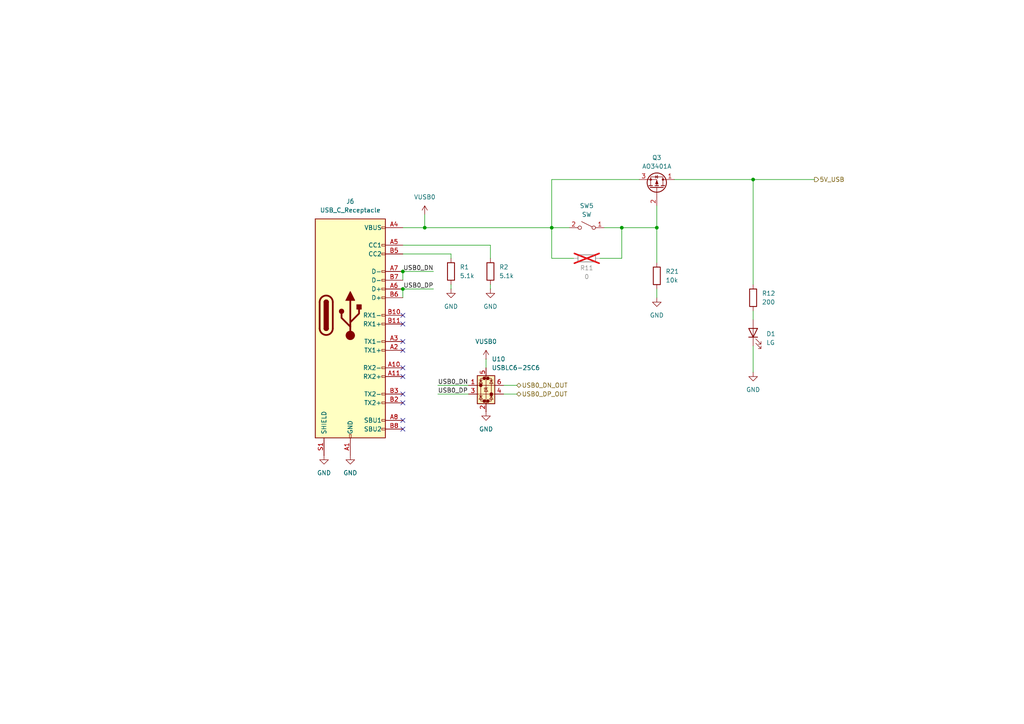
<source format=kicad_sch>
(kicad_sch (version 20250114) (generator "eeschema") (generator_version "9.0")
  (paper "A4")
  (lib_symbols
    (symbol "Connector:USB_C_Receptacle" (pin_names (offset 1.016))
      (property "Reference" "J" (at -10.16 29.21 0))
      (property "Value" "USB_C_Receptacle" (at 10.16 29.21 0))
      (symbol "USB_C_Receptacle_0_0"
        (rectangle (start -0.254 -35.56) (end 0.254 -34.544))
        (rectangle (start 10.16 25.654) (end 9.144 25.146))
        (rectangle (start 10.16 20.574) (end 9.144 20.066))
        (rectangle (start 10.16 18.034) (end 9.144 17.526))
        (rectangle (start 10.16 12.954) (end 9.144 12.446))
        (rectangle (start 10.16 10.414) (end 9.144 9.906))
        (rectangle (start 10.16 7.874) (end 9.144 7.366))
        (rectangle (start 10.16 5.334) (end 9.144 4.826))
        (rectangle (start 10.16 0.254) (end 9.144 -0.254))
        (rectangle (start 10.16 -2.286) (end 9.144 -2.794))
        (rectangle (start 10.16 -7.366) (end 9.144 -7.874))
        (rectangle (start 10.16 -9.906) (end 9.144 -10.414))
        (rectangle (start 10.16 -14.986) (end 9.144 -15.494))
        (rectangle (start 10.16 -17.526) (end 9.144 -18.034))
        (rectangle (start 10.16 -22.606) (end 9.144 -23.114))
        (rectangle (start 10.16 -25.146) (end 9.144 -25.654))
        (rectangle (start 10.16 -30.226) (end 9.144 -30.734))
        (rectangle (start 10.16 -32.766) (end 9.144 -33.274))
      )
      (symbol "USB_C_Receptacle_0_1"
        (rectangle (start -10.16 27.94) (end 10.16 -35.56) (stroke (width 0.254)) (fill (type background)))
        (polyline (pts (xy -8.89 -3.81) (xy -8.89 3.81)) (stroke (width 0.508)))
        (rectangle (start -7.62 -3.81) (end -6.35 3.81) (stroke (width 0.254)) (fill (type outline)))
        (arc (start -7.62 3.81) (mid -6.985 4.4423) (end -6.35 3.81) (stroke (width 0.254)))
        (arc (start -7.62 3.81) (mid -6.985 4.4423) (end -6.35 3.81) (stroke (width 0.254)) (fill (type outline)))
        (arc (start -8.89 3.81) (mid -6.985 5.7067) (end -5.08 3.81) (stroke (width 0.508)))
        (arc (start -5.08 -3.81) (mid -6.985 -5.7067) (end -8.89 -3.81) (stroke (width 0.508)))
        (arc (start -6.35 -3.81) (mid -6.985 -4.4423) (end -7.62 -3.81) (stroke (width 0.254)))
        (arc (start -6.35 -3.81) (mid -6.985 -4.4423) (end -7.62 -3.81) (stroke (width 0.254)) (fill (type outline)))
        (polyline (pts (xy -5.08 3.81) (xy -5.08 -3.81)) (stroke (width 0.508)))
      )
      (symbol "USB_C_Receptacle_1_1"
        (circle (center -2.54 1.143) (radius 0.635) (stroke (width 0.254)) (fill (type outline)))
        (polyline (pts (xy -1.27 4.318) (xy 0 6.858) (xy 1.27 4.318) (xy -1.27 4.318)) (stroke (width 0.254)) (fill (type outline)))
        (polyline (pts (xy 0 -2.032) (xy 2.54 0.508) (xy 2.54 1.778)) (stroke (width 0.508)))
        (polyline (pts (xy 0 -3.302) (xy -2.54 -0.762) (xy -2.54 0.508)) (stroke (width 0.508)))
        (polyline (pts (xy 0 -5.842) (xy 0 4.318)) (stroke (width 0.508)))
        (circle (center 0 -5.842) (radius 1.27) (fill (type outline)))
        (rectangle (start 1.905 1.778) (end 3.175 3.048) (stroke (width 0.254)) (fill (type outline)))
        (pin passive line (at -7.62 -40.64 90) (length 5.08) (name "SHIELD") (number "S1"))
        (pin passive line (at 0 -40.64 90) (length 5.08) (name "GND") (number "A1"))
        (pin passive line (at 0 -40.64 90) (length 5.08) (hide yes) (name "GND") (number "A12"))
        (pin passive line (at 0 -40.64 90) (length 5.08) (hide yes) (name "GND") (number "B1"))
        (pin passive line (at 0 -40.64 90) (length 5.08) (hide yes) (name "GND") (number "B12"))
        (pin passive line (at 15.24 25.4 180) (length 5.08) (name "VBUS") (number "A4"))
        (pin passive line (at 15.24 25.4 180) (length 5.08) (hide yes) (name "VBUS") (number "A9"))
        (pin passive line (at 15.24 25.4 180) (length 5.08) (hide yes) (name "VBUS") (number "B4"))
        (pin passive line (at 15.24 25.4 180) (length 5.08) (hide yes) (name "VBUS") (number "B9"))
        (pin bidirectional line (at 15.24 20.32 180) (length 5.08) (name "CC1") (number "A5"))
        (pin bidirectional line (at 15.24 17.78 180) (length 5.08) (name "CC2") (number "B5"))
        (pin bidirectional line (at 15.24 12.7 180) (length 5.08) (name "D-") (number "A7"))
        (pin bidirectional line (at 15.24 10.16 180) (length 5.08) (name "D-") (number "B7"))
        (pin bidirectional line (at 15.24 7.62 180) (length 5.08) (name "D+") (number "A6"))
        (pin bidirectional line (at 15.24 5.08 180) (length 5.08) (name "D+") (number "B6"))
        (pin bidirectional line (at 15.24 0 180) (length 5.08) (name "RX1-") (number "B10"))
        (pin bidirectional line (at 15.24 -2.54 180) (length 5.08) (name "RX1+") (number "B11"))
        (pin bidirectional line (at 15.24 -7.62 180) (length 5.08) (name "TX1-") (number "A3"))
        (pin bidirectional line (at 15.24 -10.16 180) (length 5.08) (name "TX1+") (number "A2"))
        (pin bidirectional line (at 15.24 -15.24 180) (length 5.08) (name "RX2-") (number "A10"))
        (pin bidirectional line (at 15.24 -17.78 180) (length 5.08) (name "RX2+") (number "A11"))
        (pin bidirectional line (at 15.24 -22.86 180) (length 5.08) (name "TX2-") (number "B3"))
        (pin bidirectional line (at 15.24 -25.4 180) (length 5.08) (name "TX2+") (number "B2"))
        (pin bidirectional line (at 15.24 -30.48 180) (length 5.08) (name "SBU1") (number "A8"))
        (pin bidirectional line (at 15.24 -33.02 180) (length 5.08) (name "SBU2") (number "B8"))
      )
    )
    (symbol "Device:LED" (pin_numbers (hide yes)) (pin_names (offset 1.016) (hide yes))
      (property "Reference" "D" (at 0 2.54 0))
      (property "Value" "LED" (at 0 -2.54 0))
      (symbol "LED_0_1"
        (polyline (pts (xy -3.048 -0.762) (xy -4.572 -2.286) (xy -3.81 -2.286) (xy -4.572 -2.286) (xy -4.572 -1.524)))
        (polyline (pts (xy -1.778 -0.762) (xy -3.302 -2.286) (xy -2.54 -2.286) (xy -3.302 -2.286) (xy -3.302 -1.524)))
        (polyline (pts (xy -1.27 0) (xy 1.27 0)))
        (polyline (pts (xy -1.27 -1.27) (xy -1.27 1.27)) (stroke (width 0.254)))
        (polyline (pts (xy 1.27 -1.27) (xy 1.27 1.27) (xy -1.27 0) (xy 1.27 -1.27)) (stroke (width 0.254)))
      )
      (symbol "LED_1_1"
        (pin passive line (at -3.81 0 0) (length 2.54) (name "K") (number "1"))
        (pin passive line (at 3.81 0 180) (length 2.54) (name "A") (number "2"))
      )
    )
    (symbol "Device:R" (pin_numbers (hide yes)) (pin_names (offset 0))
      (property "Reference" "R" (at 2.032 0 90))
      (property "Value" "R" (at 0 0 90))
      (symbol "R_0_1"
        (rectangle (start -1.016 -2.54) (end 1.016 2.54) (stroke (width 0.254)))
      )
      (symbol "R_1_1"
        (pin passive line (at 0 3.81 270) (length 1.27) (name "~") (number "1"))
        (pin passive line (at 0 -3.81 90) (length 1.27) (name "~") (number "2"))
      )
    )
    (symbol "Power_Protection:USBLC6-2SC6" (pin_names (hide yes))
      (property "Reference" "U" (at 0.635 5.715 0))
      (property "Value" "USBLC6-2SC6" (at 0.635 3.81 0))
      (symbol "USBLC6-2SC6_0_0"
        (circle (center -1.524 0) (radius 0.0001) (stroke (width 0.508)))
        (circle (center -0.508 2.032) (radius 0.0001) (stroke (width 0.508)))
        (circle (center -0.508 -4.572) (radius 0.0001) (stroke (width 0.508)))
        (circle (center 0.508 2.032) (radius 0.0001) (stroke (width 0.508)))
        (circle (center 0.508 -4.572) (radius 0.0001) (stroke (width 0.508)))
        (circle (center 1.524 -2.54) (radius 0.0001) (stroke (width 0.508)))
      )
      (symbol "USBLC6-2SC6_0_1"
        (polyline (pts (xy -2.54 0) (xy 2.54 0)))
        (polyline (pts (xy -2.54 -2.54) (xy 2.54 -2.54)))
        (polyline (pts (xy -2.032 0.508) (xy -1.016 0.508) (xy -1.524 1.524) (xy -2.032 0.508)))
        (polyline (pts (xy -2.032 -3.048) (xy -1.016 -3.048)))
        (polyline (pts (xy -1.016 1.524) (xy -2.032 1.524)))
        (polyline (pts (xy -1.016 -4.064) (xy -2.032 -4.064) (xy -1.524 -3.048) (xy -1.016 -4.064)))
        (polyline (pts (xy -0.508 -1.143) (xy -0.508 -0.762) (xy 0.508 -0.762)))
        (polyline (pts (xy 0 2.54) (xy -0.508 2.032) (xy 0.508 2.032) (xy 0 1.524) (xy 0 -4.064) (xy -0.508 -4.572) (xy 0.508 -4.572) (xy 0 -5.08)))
        (polyline (pts (xy 0.508 -1.778) (xy -0.508 -1.778) (xy 0 -0.762) (xy 0.508 -1.778)))
        (polyline (pts (xy 1.016 1.524) (xy 2.032 1.524)))
        (polyline (pts (xy 1.016 -3.048) (xy 2.032 -3.048)))
        (polyline (pts (xy 2.032 0.508) (xy 1.016 0.508) (xy 1.524 1.524) (xy 2.032 0.508)))
        (polyline (pts (xy 2.032 -4.064) (xy 1.016 -4.064) (xy 1.524 -3.048) (xy 2.032 -4.064)))
      )
      (symbol "USBLC6-2SC6_1_1"
        (rectangle (start -2.54 2.794) (end 2.54 -5.334) (stroke (width 0.254)) (fill (type background)))
        (polyline (pts (xy -0.508 2.032) (xy -1.524 2.032) (xy -1.524 -4.572) (xy -0.508 -4.572)))
        (polyline (pts (xy 0.508 -4.572) (xy 1.524 -4.572) (xy 1.524 2.032) (xy 0.508 2.032)))
        (pin passive line (at -5.08 0 0) (length 2.54) (name "I/O1") (number "1"))
        (pin passive line (at -5.08 -2.54 0) (length 2.54) (name "I/O2") (number "3"))
        (pin passive line (at 0 5.08 270) (length 2.54) (name "VBUS") (number "5"))
        (pin passive line (at 0 -7.62 90) (length 2.54) (name "GND") (number "2"))
        (pin passive line (at 5.08 0 180) (length 2.54) (name "I/O1") (number "6"))
        (pin passive line (at 5.08 -2.54 180) (length 2.54) (name "I/O2") (number "4"))
      )
    )
    (symbol "Switch:SW_SPST" (pin_names (offset 0) (hide yes))
      (property "Reference" "SW" (at 0 3.175 0))
      (property "Value" "SW_SPST" (at 0 -2.54 0))
      (symbol "SW_SPST_0_0"
        (circle (center -2.032 0) (radius 0.508))
        (polyline (pts (xy -1.524 0.254) (xy 1.524 1.778)))
        (circle (center 2.032 0) (radius 0.508))
      )
      (symbol "SW_SPST_1_1"
        (pin passive line (at -5.08 0 0) (length 2.54) (name "A") (number "1"))
        (pin passive line (at 5.08 0 180) (length 2.54) (name "B") (number "2"))
      )
    )
    (symbol "Transistor_FET:Q_PMOS_DGS" (pin_names (offset 0) (hide yes))
      (property "Reference" "Q" (at 5.08 1.905 0))
      (property "Value" "Q_PMOS_DGS" (at 5.08 0 0))
      (symbol "Q_PMOS_DGS_0_1"
        (polyline (pts (xy 0.254 1.905) (xy 0.254 -1.905)) (stroke (width 0.254)))
        (polyline (pts (xy 0.254 0) (xy -2.54 0)))
        (polyline (pts (xy 0.762 2.286) (xy 0.762 1.27)) (stroke (width 0.254)))
        (polyline (pts (xy 0.762 1.778) (xy 3.302 1.778) (xy 3.302 -1.778) (xy 0.762 -1.778)))
        (polyline (pts (xy 0.762 0.508) (xy 0.762 -0.508)) (stroke (width 0.254)))
        (polyline (pts (xy 0.762 -1.27) (xy 0.762 -2.286)) (stroke (width 0.254)))
        (circle (center 1.651 0) (radius 2.794) (stroke (width 0.254)))
        (polyline (pts (xy 2.286 0) (xy 1.27 0.381) (xy 1.27 -0.381) (xy 2.286 0)) (fill (type outline)))
        (polyline (pts (xy 2.54 2.54) (xy 2.54 1.778)))
        (circle (center 2.54 1.778) (radius 0.254) (fill (type outline)))
        (circle (center 2.54 -1.778) (radius 0.254) (fill (type outline)))
        (polyline (pts (xy 2.54 -2.54) (xy 2.54 0) (xy 0.762 0)))
        (polyline (pts (xy 2.921 -0.381) (xy 3.683 -0.381)))
        (polyline (pts (xy 3.302 -0.381) (xy 2.921 0.254) (xy 3.683 0.254) (xy 3.302 -0.381)))
      )
      (symbol "Q_PMOS_DGS_1_1"
        (pin input line (at -5.08 0 0) (length 2.54) (name "G") (number "2"))
        (pin passive line (at 2.54 5.08 270) (length 2.54) (name "D") (number "1"))
        (pin passive line (at 2.54 -5.08 90) (length 2.54) (name "S") (number "3"))
      )
    )
    (symbol "power:+3V3" (power) (pin_numbers (hide yes)) (pin_names (offset 0) (hide yes))
      (property "Value" "+3V3" (at 0 3.556 0))
      (symbol "+3V3_0_1"
        (polyline (pts (xy -0.762 1.27) (xy 0 2.54)))
        (polyline (pts (xy 0 2.54) (xy 0.762 1.27)))
        (polyline (pts (xy 0 0) (xy 0 2.54)))
      )
      (symbol "+3V3_1_1"
        (pin power_in line (at 0 0 90) (length 0) (name "~") (number "1"))
      )
    )
    (symbol "power:GND" (power) (pin_numbers (hide yes)) (pin_names (offset 0) (hide yes))
      (property "Value" "GND" (at 0 -3.81 0))
      (symbol "GND_0_1"
        (polyline (pts (xy 0 0) (xy 0 -1.27) (xy 1.27 -1.27) (xy 0 -2.54) (xy -1.27 -1.27) (xy 0 -1.27)))
      )
      (symbol "GND_1_1"
        (pin power_in line (at 0 0 270) (length 0) (name "~") (number "1"))
      )
    )
  )
  (junction (at 116.84 83.82))
  (junction (at 180.34 66.04))
  (junction (at 123.19 66.04))
  (junction (at 218.44 52.07))
  (junction (at 160.02 66.04))
  (junction (at 116.84 78.74))
  (junction (at 190.5 66.04))
  (no_connect (at 116.84 114.3))
  (no_connect (at 116.84 109.22))
  (no_connect (at 116.84 101.6))
  (no_connect (at 116.84 116.84))
  (no_connect (at 116.84 99.06))
  (no_connect (at 116.84 93.98))
  (no_connect (at 116.84 91.44))
  (no_connect (at 116.84 121.92))
  (no_connect (at 116.84 124.46))
  (no_connect (at 116.84 106.68))
  (wire (pts (xy 123.19 62.23) (xy 123.19 66.04)))
  (wire (pts (xy 142.24 82.55) (xy 142.24 83.82)))
  (wire (pts (xy 116.84 71.12) (xy 142.24 71.12)))
  (wire (pts (xy 175.26 66.04) (xy 180.34 66.04)))
  (wire (pts (xy 195.58 52.07) (xy 218.44 52.07)))
  (wire (pts (xy 190.5 76.2) (xy 190.5 66.04)))
  (wire (pts (xy 160.02 66.04) (xy 160.02 74.93)))
  (wire (pts (xy 185.42 52.07) (xy 160.02 52.07)))
  (wire (pts (xy 218.44 107.95) (xy 218.44 100.33)))
  (wire (pts (xy 123.19 66.04) (xy 160.02 66.04)))
  (wire (pts (xy 127 114.3) (xy 135.89 114.3)))
  (wire (pts (xy 130.81 82.55) (xy 130.81 83.82)))
  (wire (pts (xy 116.84 83.82) (xy 116.84 86.36)))
  (wire (pts (xy 190.5 66.04) (xy 190.5 59.69)))
  (wire (pts (xy 130.81 73.66) (xy 130.81 74.93)))
  (wire (pts (xy 218.44 90.17) (xy 218.44 92.71)))
  (wire (pts (xy 160.02 52.07) (xy 160.02 66.04)))
  (wire (pts (xy 146.05 114.3) (xy 149.86 114.3)))
  (wire (pts (xy 127 111.76) (xy 135.89 111.76)))
  (wire (pts (xy 190.5 83.82) (xy 190.5 86.36)))
  (wire (pts (xy 180.34 66.04) (xy 190.5 66.04)))
  (wire (pts (xy 116.84 78.74) (xy 116.84 81.28)))
  (wire (pts (xy 218.44 52.07) (xy 236.22 52.07)))
  (wire (pts (xy 116.84 66.04) (xy 123.19 66.04)))
  (wire (pts (xy 180.34 66.04) (xy 180.34 74.93)))
  (wire (pts (xy 146.05 111.76) (xy 149.86 111.76)))
  (wire (pts (xy 160.02 66.04) (xy 165.1 66.04)))
  (wire (pts (xy 166.37 74.93) (xy 160.02 74.93)))
  (wire (pts (xy 173.99 74.93) (xy 180.34 74.93)))
  (wire (pts (xy 142.24 71.12) (xy 142.24 74.93)))
  (wire (pts (xy 218.44 82.55) (xy 218.44 52.07)))
  (wire (pts (xy 116.84 73.66) (xy 130.81 73.66)))
  (wire (pts (xy 140.97 104.14) (xy 140.97 106.68)))
  (wire (pts (xy 116.84 83.82) (xy 125.73 83.82)))
  (wire (pts (xy 116.84 78.74) (xy 125.73 78.74)))
  (label "USB0_DP" (at 125.73 83.82 180))
  (label "USB0_DP" (at 127 114.3 0))
  (label "USB0_DN" (at 127 111.76 0))
  (label "USB0_DN" (at 125.73 78.74 180))
  (hierarchical_label "USB0_DN_OUT" (shape bidirectional) (at 149.86 111.76 0))
  (hierarchical_label "5V_USB" (shape output) (at 236.22 52.07 0))
  (hierarchical_label "USB0_DP_OUT" (shape bidirectional) (at 149.86 114.3 0))
  (symbol (lib_id "Power_Protection:USBLC6-2SC6") (at 140.97 111.76 0) (unit 1)
    (property "Reference" "U10" (at 142.6211 104.14 0) (effects (justify left)))
    (property "Value" "USBLC6-2SC6" (at 142.6211 106.68 0) (effects (justify left)))
    (property "Footprint" "Package_TO_SOT_SMD:SOT-23-6" (effects (hide yes)))
    (property "Datasheet" "https://www.st.com/resource/en/datasheet/usblc6-2.pdf" (effects (hide yes)))
    (property "Description" "Very low capacitance ESD protection diode, 2 data-line, SOT-23-6" (effects (hide yes)))
    (property "Part Number" "USBLC6-2SC6" (effects (hide yes)))
    (property "Provider" "Digikey" (effects (hide yes)))
  )
  (symbol (lib_id "power:GND") (at 218.44 107.95 0) (unit 1)
    (property "Reference" "#PWR030" (effects (hide yes)))
    (property "Value" "GND" (at 218.44 113.03 0))
    (property "Description" "Power symbol creates a global label with name \"GND\" , ground" (effects (hide yes)))
  )
  (symbol (lib_id "power:GND") (at 190.5 86.36 0) (unit 1)
    (property "Reference" "#PWR031" (effects (hide yes)))
    (property "Value" "GND" (at 190.5 91.44 0))
    (property "Description" "Power symbol creates a global label with name \"GND\" , ground" (effects (hide yes)))
  )
  (symbol (lib_id "Device:LED") (at 218.44 96.52 90) (unit 1)
    (property "Reference" "D1" (at 222.25 96.8374 90) (effects (justify right)))
    (property "Value" "LG" (at 222.25 99.3774 90) (effects (justify right)))
    (property "Footprint" "Inductor_SMD:L_0603_1608Metric" (effects (hide yes)))
    (property "Datasheet" "https://www.we-online.com/components/products/datasheet/150060VS55040.pdf" (effects (hide yes)))
    (property "Description" "LED GREEN DIFFUSED 0603 SMD" (effects (hide yes)))
    (property "Sim.Pins" "1=K 2=A" (effects (hide yes)))
    (property "Part Number" "150060VS55040" (effects (hide yes)))
    (property "Provider" "Digikey" (effects (hide yes)))
  )
  (symbol (lib_id "Device:R") (at 218.44 86.36 0) (unit 1)
    (property "Reference" "R12" (at 220.98 85.0899 0) (effects (justify left)))
    (property "Value" "200" (at 220.98 87.6299 0) (effects (justify left)))
    (property "Footprint" "Resistor_SMD:R_0805_2012Metric" (effects (hide yes)))
    (property "Datasheet" "https://industrial.panasonic.com/cdbs/www-data/pdf/RDO0000/AOA0000C331.pdf" (effects (hide yes)))
    (property "Description" "RES SMD 200 OHM 1% 1/2W 0805" (effects (hide yes)))
    (property "Part Number" "ERJ-P06F2000V" (effects (hide yes)))
    (property "Provider" "Digikey" (effects (hide yes)))
  )
  (symbol (lib_id "Switch:SW_SPST") (at 170.18 66.04 0) (mirror y) (unit 1)
    (property "Reference" "SW5" (at 170.18 59.69 0))
    (property "Value" "SW" (at 170.18 62.23 0))
    (property "Footprint" "Button_Switch_SMD:SW_DPDT_CK_JS202011JCQN" (effects (hide yes)))
    (property "Datasheet" "https://www.ckswitches.com/media/1422/js.pdf" (effects (hide yes)))
    (property "Description" "SWITCH SLIDE DPDT 300MA 6V" (effects (hide yes)))
    (property "Part Number" "JS202011SCQN" (effects (hide yes)))
    (property "Provider" "Digikey" (effects (hide yes)))
  )
  (symbol (lib_id "Device:R") (at 130.81 78.74 0) (unit 1)
    (property "Reference" "R1" (at 133.35 77.4699 0) (effects (justify left)))
    (property "Value" "5.1k" (at 133.35 80.0099 0) (effects (justify left)))
    (property "Footprint" "Resistor_SMD:R_0603_1608Metric" (effects (hide yes)))
    (property "Datasheet" "https://yageogroup.com/content/datasheet/asset/file/PYU-RC_GROUP_51_ROHS_L" (effects (hide yes)))
    (property "Description" "RES 5.1K OHM 1% 1/10W 0603" (effects (hide yes)))
    (property "Part Number" "RC0603FR-075K1L" (effects (hide yes)))
    (property "Provider" "Digikey" (effects (hide yes)))
  )
  (symbol (lib_id "Connector:USB_C_Receptacle") (at 101.6 91.44 0) (unit 1)
    (property "Reference" "J6" (at 101.6 58.42 0))
    (property "Value" "USB_C_Receptacle" (at 101.6 60.96 0))
    (property "Footprint" "Connector_USB:USB_C_Receptacle_GCT_USB4105-xx-A_16P_TopMnt_Horizontal" (effects (hide yes)))
    (property "Datasheet" "https://www.usb.org/sites/default/files/documents/usb_type-c.zip" (effects (hide yes)))
    (property "Description" "https://gct.co/files/specs/usb4105-spec.pdf" (effects (hide yes)))
    (property "Part Number" "USB4105-GF-A-120" (effects (hide yes)))
    (property "Provider" "Digikey" (effects (hide yes)))
  )
  (symbol (lib_id "Device:R") (at 190.5 80.01 180) (unit 1)
    (property "Reference" "R21" (at 193.04 78.7399 0) (effects (justify right)))
    (property "Value" "10k" (at 193.04 81.2799 0) (effects (justify right)))
    (property "Footprint" "Resistor_SMD:R_0603_1608Metric" (effects (hide yes)))
    (property "Datasheet" "https://yageogroup.com/content/datasheet/asset/file/PYU-RC_GROUP_51_ROHS_L" (effects (hide yes)))
    (property "Description" "RES 10K OHM 1% 1/10W 0603" (effects (hide yes)))
    (property "Part Number" "RC0603FR-0710KL" (effects (hide yes)))
    (property "Provider" "Digikey" (effects (hide yes)))
  )
  (symbol (lib_id "power:GND") (at 101.6 132.08 0) (unit 1)
    (property "Reference" "#PWR02" (effects (hide yes)))
    (property "Value" "GND" (at 101.6 137.16 0))
    (property "Description" "Power symbol creates a global label with name \"GND\" , ground" (effects (hide yes)))
  )
  (symbol (lib_id "power:+3V3") (at 140.97 104.14 0) (unit 1)
    (property "Reference" "#PWR053" (effects (hide yes)))
    (property "Value" "VUSB0" (at 140.97 99.06 0))
    (property "Description" "Power symbol creates a global label with name \"+3V3\"" (effects (hide yes)))
  )
  (symbol (lib_id "Device:R") (at 170.18 74.93 90) (unit 1) (dnp yes)
    (property "Reference" "R11" (at 170.18 77.724 90))
    (property "Value" "0" (at 170.18 80.264 90))
    (property "Footprint" "Resistor_SMD:R_0603_1608Metric" (effects (hide yes)))
    (property "Datasheet" "https://yageogroup.com/content/datasheet/asset/file/PYU-RC_GROUP_51_ROHS_L" (effects (hide yes)))
    (property "Provider" "Digikey" (effects (hide yes)))
  )
  (symbol (lib_id "power:GND") (at 130.81 83.82 0) (unit 1)
    (property "Reference" "#PWR06" (effects (hide yes)))
    (property "Value" "GND" (at 130.81 88.9 0))
    (property "Description" "Power symbol creates a global label with name \"GND\" , ground" (effects (hide yes)))
  )
  (symbol (lib_id "Device:R") (at 142.24 78.74 0) (unit 1)
    (property "Reference" "R2" (at 144.78 77.4699 0) (effects (justify left)))
    (property "Value" "5.1k" (at 144.78 80.0099 0) (effects (justify left)))
    (property "Footprint" "Resistor_SMD:R_0603_1608Metric" (effects (hide yes)))
    (property "Datasheet" "https://yageogroup.com/content/datasheet/asset/file/PYU-RC_GROUP_51_ROHS_L" (effects (hide yes)))
    (property "Description" "RES 5.1K OHM 1% 1/10W 0603" (effects (hide yes)))
    (property "Part Number" "RC0603FR-075K1L" (effects (hide yes)))
    (property "Provider" "Digikey" (effects (hide yes)))
  )
  (symbol (lib_id "power:GND") (at 93.98 132.08 0) (unit 1)
    (property "Reference" "#PWR08" (effects (hide yes)))
    (property "Value" "GND" (at 93.98 137.16 0))
    (property "Description" "Power symbol creates a global label with name \"GND\" , ground" (effects (hide yes)))
  )
  (symbol (lib_id "Transistor_FET:Q_PMOS_DGS") (at 190.5 54.61 270) (mirror x) (unit 1)
    (property "Reference" "Q3" (at 190.5 45.72 90))
    (property "Value" "AO3401A" (at 190.5 48.26 90))
    (property "Footprint" "Package_TO_SOT_SMD:SOT-23" (effects (hide yes)))
    (property "Datasheet" "https://aosmd.com/sites/default/files/res/datasheets/AO3401A.pdf" (effects (hide yes)))
    (property "Description" "MOSFET P-CH 30V 4A SOT23-3L" (effects (hide yes)))
    (property "Part Number" "AO3401A" (effects (hide yes)))
    (property "Provider" "Digikey" (effects (hide yes)))
  )
  (symbol (lib_id "power:+3V3") (at 123.19 62.23 0) (unit 1)
    (property "Reference" "#PWR052" (effects (hide yes)))
    (property "Value" "VUSB0" (at 123.19 57.15 0))
    (property "Description" "Power symbol creates a global label with name \"+3V3\"" (effects (hide yes)))
  )
  (symbol (lib_id "power:GND") (at 142.24 83.82 0) (unit 1)
    (property "Reference" "#PWR07" (effects (hide yes)))
    (property "Value" "GND" (at 142.24 88.9 0))
    (property "Description" "Power symbol creates a global label with name \"GND\" , ground" (effects (hide yes)))
  )
  (symbol (lib_id "power:GND") (at 140.97 119.38 0) (unit 1)
    (property "Reference" "#PWR049" (effects (hide yes)))
    (property "Value" "GND" (at 140.97 124.46 0))
    (property "Description" "Power symbol creates a global label with name \"GND\" , ground" (effects (hide yes)))
  )
)
</source>
